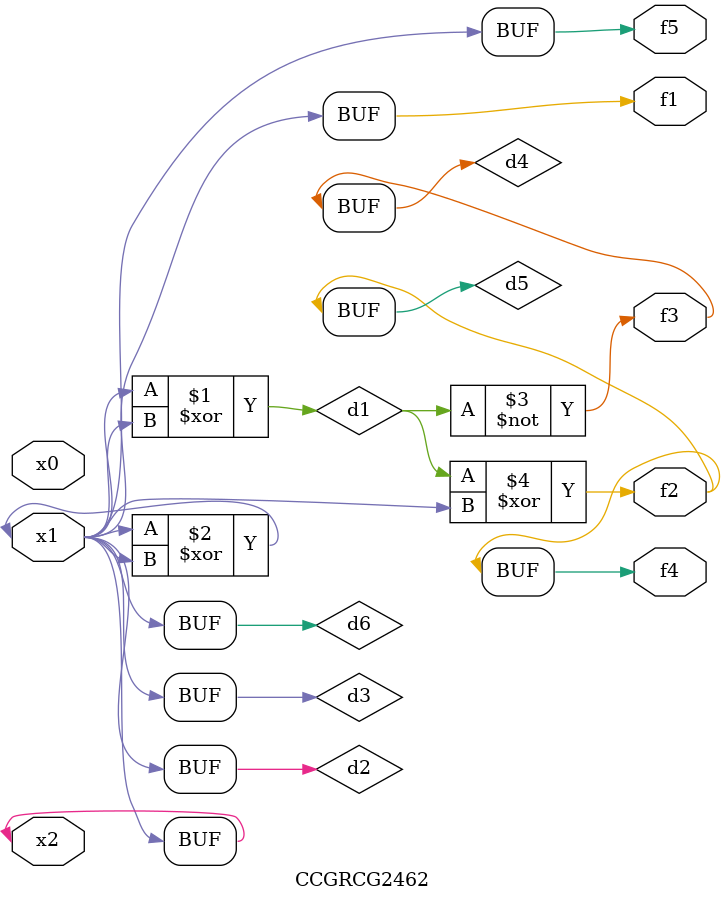
<source format=v>
module CCGRCG2462(
	input x0, x1, x2,
	output f1, f2, f3, f4, f5
);

	wire d1, d2, d3, d4, d5, d6;

	xor (d1, x1, x2);
	buf (d2, x1, x2);
	xor (d3, x1, x2);
	nor (d4, d1);
	xor (d5, d1, d2);
	buf (d6, d2, d3);
	assign f1 = d6;
	assign f2 = d5;
	assign f3 = d4;
	assign f4 = d5;
	assign f5 = d6;
endmodule

</source>
